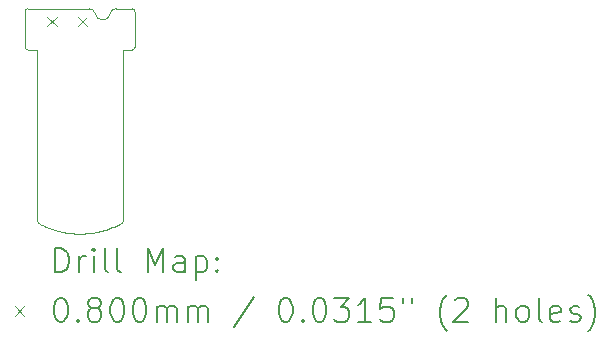
<source format=gbr>
%TF.GenerationSoftware,KiCad,Pcbnew,7.0.6*%
%TF.CreationDate,2023-12-14T14:39:08-08:00*%
%TF.ProjectId,UGC_Trigger,5547435f-5472-4696-9767-65722e6b6963,rev?*%
%TF.SameCoordinates,Original*%
%TF.FileFunction,Drillmap*%
%TF.FilePolarity,Positive*%
%FSLAX45Y45*%
G04 Gerber Fmt 4.5, Leading zero omitted, Abs format (unit mm)*
G04 Created by KiCad (PCBNEW 7.0.6) date 2023-12-14 14:39:08*
%MOMM*%
%LPD*%
G01*
G04 APERTURE LIST*
%ADD10C,0.100000*%
%ADD11C,0.200000*%
%ADD12C,0.080000*%
G04 APERTURE END LIST*
D10*
X27427112Y-14655400D02*
X27427112Y-14955400D01*
X28357112Y-14955400D02*
X28357112Y-14655400D01*
X28197944Y-14630394D02*
G75*
G03*
X28148619Y-14672214I6J-50006D01*
G01*
X28257112Y-14980400D02*
X28332112Y-14980400D01*
X27527112Y-14980400D02*
X27527112Y-16410652D01*
X27452112Y-14980400D02*
X27527112Y-14980400D01*
X28332112Y-14630400D02*
X28197944Y-14630400D01*
X28257112Y-16408575D02*
X28256046Y-16418844D01*
X28253369Y-16427557D01*
X28257112Y-16408575D02*
X28257112Y-14980400D01*
X28019805Y-14672214D02*
G75*
G03*
X27970480Y-14630400I-49325J-8186D01*
G01*
X27427110Y-14955400D02*
G75*
G03*
X27452112Y-14980400I25000J0D01*
G01*
X28244020Y-16442306D02*
X28236243Y-16449212D01*
X28230170Y-16452940D01*
X28019805Y-14672214D02*
G75*
G03*
X28148619Y-14672214I64407J10688D01*
G01*
X27539211Y-16443264D02*
X27533224Y-16434607D01*
X27530234Y-16428044D01*
X27530234Y-16428044D02*
X27527632Y-16417846D01*
X27527112Y-16410652D01*
X27554429Y-16455211D02*
X27545761Y-16449602D01*
X27539211Y-16443264D01*
X28357110Y-14655400D02*
G75*
G03*
X28332112Y-14630400I-25000J0D01*
G01*
X27952303Y-16533604D02*
X27939525Y-16534560D01*
X27926730Y-16535288D01*
X27913922Y-16535788D01*
X27901105Y-16536061D01*
X27888283Y-16536108D01*
X27875459Y-16535930D01*
X27862639Y-16535528D01*
X27849825Y-16534902D01*
X27837021Y-16534054D01*
X27824232Y-16532985D01*
X27811461Y-16531695D01*
X27798712Y-16530186D01*
X27785990Y-16528457D01*
X27773298Y-16526511D01*
X27760639Y-16524347D01*
X27748018Y-16521967D01*
X27735440Y-16519372D01*
X27722907Y-16516563D01*
X27710423Y-16513540D01*
X27697993Y-16510304D01*
X27685620Y-16506857D01*
X27673309Y-16503198D01*
X27661063Y-16499330D01*
X27648886Y-16495253D01*
X27636782Y-16490967D01*
X27624755Y-16486474D01*
X27612809Y-16481775D01*
X27600948Y-16476869D01*
X27589176Y-16471760D01*
X27577496Y-16466446D01*
X27565912Y-16460930D01*
X27554429Y-16455211D01*
X27452112Y-14630402D02*
G75*
G03*
X27427112Y-14655400I-2J-24998D01*
G01*
X28253369Y-16427557D02*
X28248441Y-16436716D01*
X28244020Y-16442306D01*
X28230170Y-16452940D02*
X28213912Y-16461137D01*
X28197453Y-16468931D01*
X28180807Y-16476319D01*
X28163982Y-16483297D01*
X28146992Y-16489861D01*
X28129846Y-16496007D01*
X28112556Y-16501731D01*
X28095133Y-16507028D01*
X28077589Y-16511897D01*
X28059934Y-16516331D01*
X28042179Y-16520327D01*
X28024336Y-16523882D01*
X28006416Y-16526991D01*
X27988429Y-16529650D01*
X27970388Y-16531856D01*
X27952303Y-16533604D01*
X27970480Y-14630400D02*
X27452112Y-14630400D01*
X28332112Y-14980402D02*
G75*
G03*
X28357112Y-14955400I-2J25002D01*
G01*
D11*
D12*
X27613596Y-14701554D02*
X27693596Y-14781554D01*
X27693596Y-14701554D02*
X27613596Y-14781554D01*
X27873596Y-14701554D02*
X27953596Y-14781554D01*
X27953596Y-14701554D02*
X27873596Y-14781554D01*
D11*
X27682889Y-16861509D02*
X27682889Y-16661509D01*
X27682889Y-16661509D02*
X27730508Y-16661509D01*
X27730508Y-16661509D02*
X27759080Y-16671032D01*
X27759080Y-16671032D02*
X27778127Y-16690080D01*
X27778127Y-16690080D02*
X27787651Y-16709128D01*
X27787651Y-16709128D02*
X27797175Y-16747223D01*
X27797175Y-16747223D02*
X27797175Y-16775794D01*
X27797175Y-16775794D02*
X27787651Y-16813890D01*
X27787651Y-16813890D02*
X27778127Y-16832937D01*
X27778127Y-16832937D02*
X27759080Y-16851985D01*
X27759080Y-16851985D02*
X27730508Y-16861509D01*
X27730508Y-16861509D02*
X27682889Y-16861509D01*
X27882889Y-16861509D02*
X27882889Y-16728175D01*
X27882889Y-16766271D02*
X27892413Y-16747223D01*
X27892413Y-16747223D02*
X27901937Y-16737699D01*
X27901937Y-16737699D02*
X27920984Y-16728175D01*
X27920984Y-16728175D02*
X27940032Y-16728175D01*
X28006699Y-16861509D02*
X28006699Y-16728175D01*
X28006699Y-16661509D02*
X27997175Y-16671032D01*
X27997175Y-16671032D02*
X28006699Y-16680556D01*
X28006699Y-16680556D02*
X28016222Y-16671032D01*
X28016222Y-16671032D02*
X28006699Y-16661509D01*
X28006699Y-16661509D02*
X28006699Y-16680556D01*
X28130508Y-16861509D02*
X28111460Y-16851985D01*
X28111460Y-16851985D02*
X28101937Y-16832937D01*
X28101937Y-16832937D02*
X28101937Y-16661509D01*
X28235270Y-16861509D02*
X28216222Y-16851985D01*
X28216222Y-16851985D02*
X28206699Y-16832937D01*
X28206699Y-16832937D02*
X28206699Y-16661509D01*
X28463841Y-16861509D02*
X28463841Y-16661509D01*
X28463841Y-16661509D02*
X28530508Y-16804366D01*
X28530508Y-16804366D02*
X28597175Y-16661509D01*
X28597175Y-16661509D02*
X28597175Y-16861509D01*
X28778127Y-16861509D02*
X28778127Y-16756747D01*
X28778127Y-16756747D02*
X28768603Y-16737699D01*
X28768603Y-16737699D02*
X28749556Y-16728175D01*
X28749556Y-16728175D02*
X28711460Y-16728175D01*
X28711460Y-16728175D02*
X28692413Y-16737699D01*
X28778127Y-16851985D02*
X28759080Y-16861509D01*
X28759080Y-16861509D02*
X28711460Y-16861509D01*
X28711460Y-16861509D02*
X28692413Y-16851985D01*
X28692413Y-16851985D02*
X28682889Y-16832937D01*
X28682889Y-16832937D02*
X28682889Y-16813890D01*
X28682889Y-16813890D02*
X28692413Y-16794842D01*
X28692413Y-16794842D02*
X28711460Y-16785318D01*
X28711460Y-16785318D02*
X28759080Y-16785318D01*
X28759080Y-16785318D02*
X28778127Y-16775794D01*
X28873365Y-16728175D02*
X28873365Y-16928175D01*
X28873365Y-16737699D02*
X28892413Y-16728175D01*
X28892413Y-16728175D02*
X28930508Y-16728175D01*
X28930508Y-16728175D02*
X28949556Y-16737699D01*
X28949556Y-16737699D02*
X28959080Y-16747223D01*
X28959080Y-16747223D02*
X28968603Y-16766271D01*
X28968603Y-16766271D02*
X28968603Y-16823413D01*
X28968603Y-16823413D02*
X28959080Y-16842461D01*
X28959080Y-16842461D02*
X28949556Y-16851985D01*
X28949556Y-16851985D02*
X28930508Y-16861509D01*
X28930508Y-16861509D02*
X28892413Y-16861509D01*
X28892413Y-16861509D02*
X28873365Y-16851985D01*
X29054318Y-16842461D02*
X29063841Y-16851985D01*
X29063841Y-16851985D02*
X29054318Y-16861509D01*
X29054318Y-16861509D02*
X29044794Y-16851985D01*
X29044794Y-16851985D02*
X29054318Y-16842461D01*
X29054318Y-16842461D02*
X29054318Y-16861509D01*
X29054318Y-16737699D02*
X29063841Y-16747223D01*
X29063841Y-16747223D02*
X29054318Y-16756747D01*
X29054318Y-16756747D02*
X29044794Y-16747223D01*
X29044794Y-16747223D02*
X29054318Y-16737699D01*
X29054318Y-16737699D02*
X29054318Y-16756747D01*
D12*
X27342112Y-17150025D02*
X27422112Y-17230025D01*
X27422112Y-17150025D02*
X27342112Y-17230025D01*
D11*
X27720984Y-17081509D02*
X27740032Y-17081509D01*
X27740032Y-17081509D02*
X27759080Y-17091033D01*
X27759080Y-17091033D02*
X27768603Y-17100556D01*
X27768603Y-17100556D02*
X27778127Y-17119604D01*
X27778127Y-17119604D02*
X27787651Y-17157699D01*
X27787651Y-17157699D02*
X27787651Y-17205318D01*
X27787651Y-17205318D02*
X27778127Y-17243413D01*
X27778127Y-17243413D02*
X27768603Y-17262461D01*
X27768603Y-17262461D02*
X27759080Y-17271985D01*
X27759080Y-17271985D02*
X27740032Y-17281509D01*
X27740032Y-17281509D02*
X27720984Y-17281509D01*
X27720984Y-17281509D02*
X27701937Y-17271985D01*
X27701937Y-17271985D02*
X27692413Y-17262461D01*
X27692413Y-17262461D02*
X27682889Y-17243413D01*
X27682889Y-17243413D02*
X27673365Y-17205318D01*
X27673365Y-17205318D02*
X27673365Y-17157699D01*
X27673365Y-17157699D02*
X27682889Y-17119604D01*
X27682889Y-17119604D02*
X27692413Y-17100556D01*
X27692413Y-17100556D02*
X27701937Y-17091033D01*
X27701937Y-17091033D02*
X27720984Y-17081509D01*
X27873365Y-17262461D02*
X27882889Y-17271985D01*
X27882889Y-17271985D02*
X27873365Y-17281509D01*
X27873365Y-17281509D02*
X27863841Y-17271985D01*
X27863841Y-17271985D02*
X27873365Y-17262461D01*
X27873365Y-17262461D02*
X27873365Y-17281509D01*
X27997175Y-17167223D02*
X27978127Y-17157699D01*
X27978127Y-17157699D02*
X27968603Y-17148175D01*
X27968603Y-17148175D02*
X27959080Y-17129128D01*
X27959080Y-17129128D02*
X27959080Y-17119604D01*
X27959080Y-17119604D02*
X27968603Y-17100556D01*
X27968603Y-17100556D02*
X27978127Y-17091033D01*
X27978127Y-17091033D02*
X27997175Y-17081509D01*
X27997175Y-17081509D02*
X28035270Y-17081509D01*
X28035270Y-17081509D02*
X28054318Y-17091033D01*
X28054318Y-17091033D02*
X28063841Y-17100556D01*
X28063841Y-17100556D02*
X28073365Y-17119604D01*
X28073365Y-17119604D02*
X28073365Y-17129128D01*
X28073365Y-17129128D02*
X28063841Y-17148175D01*
X28063841Y-17148175D02*
X28054318Y-17157699D01*
X28054318Y-17157699D02*
X28035270Y-17167223D01*
X28035270Y-17167223D02*
X27997175Y-17167223D01*
X27997175Y-17167223D02*
X27978127Y-17176747D01*
X27978127Y-17176747D02*
X27968603Y-17186271D01*
X27968603Y-17186271D02*
X27959080Y-17205318D01*
X27959080Y-17205318D02*
X27959080Y-17243413D01*
X27959080Y-17243413D02*
X27968603Y-17262461D01*
X27968603Y-17262461D02*
X27978127Y-17271985D01*
X27978127Y-17271985D02*
X27997175Y-17281509D01*
X27997175Y-17281509D02*
X28035270Y-17281509D01*
X28035270Y-17281509D02*
X28054318Y-17271985D01*
X28054318Y-17271985D02*
X28063841Y-17262461D01*
X28063841Y-17262461D02*
X28073365Y-17243413D01*
X28073365Y-17243413D02*
X28073365Y-17205318D01*
X28073365Y-17205318D02*
X28063841Y-17186271D01*
X28063841Y-17186271D02*
X28054318Y-17176747D01*
X28054318Y-17176747D02*
X28035270Y-17167223D01*
X28197175Y-17081509D02*
X28216222Y-17081509D01*
X28216222Y-17081509D02*
X28235270Y-17091033D01*
X28235270Y-17091033D02*
X28244794Y-17100556D01*
X28244794Y-17100556D02*
X28254318Y-17119604D01*
X28254318Y-17119604D02*
X28263841Y-17157699D01*
X28263841Y-17157699D02*
X28263841Y-17205318D01*
X28263841Y-17205318D02*
X28254318Y-17243413D01*
X28254318Y-17243413D02*
X28244794Y-17262461D01*
X28244794Y-17262461D02*
X28235270Y-17271985D01*
X28235270Y-17271985D02*
X28216222Y-17281509D01*
X28216222Y-17281509D02*
X28197175Y-17281509D01*
X28197175Y-17281509D02*
X28178127Y-17271985D01*
X28178127Y-17271985D02*
X28168603Y-17262461D01*
X28168603Y-17262461D02*
X28159080Y-17243413D01*
X28159080Y-17243413D02*
X28149556Y-17205318D01*
X28149556Y-17205318D02*
X28149556Y-17157699D01*
X28149556Y-17157699D02*
X28159080Y-17119604D01*
X28159080Y-17119604D02*
X28168603Y-17100556D01*
X28168603Y-17100556D02*
X28178127Y-17091033D01*
X28178127Y-17091033D02*
X28197175Y-17081509D01*
X28387651Y-17081509D02*
X28406699Y-17081509D01*
X28406699Y-17081509D02*
X28425746Y-17091033D01*
X28425746Y-17091033D02*
X28435270Y-17100556D01*
X28435270Y-17100556D02*
X28444794Y-17119604D01*
X28444794Y-17119604D02*
X28454318Y-17157699D01*
X28454318Y-17157699D02*
X28454318Y-17205318D01*
X28454318Y-17205318D02*
X28444794Y-17243413D01*
X28444794Y-17243413D02*
X28435270Y-17262461D01*
X28435270Y-17262461D02*
X28425746Y-17271985D01*
X28425746Y-17271985D02*
X28406699Y-17281509D01*
X28406699Y-17281509D02*
X28387651Y-17281509D01*
X28387651Y-17281509D02*
X28368603Y-17271985D01*
X28368603Y-17271985D02*
X28359080Y-17262461D01*
X28359080Y-17262461D02*
X28349556Y-17243413D01*
X28349556Y-17243413D02*
X28340032Y-17205318D01*
X28340032Y-17205318D02*
X28340032Y-17157699D01*
X28340032Y-17157699D02*
X28349556Y-17119604D01*
X28349556Y-17119604D02*
X28359080Y-17100556D01*
X28359080Y-17100556D02*
X28368603Y-17091033D01*
X28368603Y-17091033D02*
X28387651Y-17081509D01*
X28540032Y-17281509D02*
X28540032Y-17148175D01*
X28540032Y-17167223D02*
X28549556Y-17157699D01*
X28549556Y-17157699D02*
X28568603Y-17148175D01*
X28568603Y-17148175D02*
X28597175Y-17148175D01*
X28597175Y-17148175D02*
X28616222Y-17157699D01*
X28616222Y-17157699D02*
X28625746Y-17176747D01*
X28625746Y-17176747D02*
X28625746Y-17281509D01*
X28625746Y-17176747D02*
X28635270Y-17157699D01*
X28635270Y-17157699D02*
X28654318Y-17148175D01*
X28654318Y-17148175D02*
X28682889Y-17148175D01*
X28682889Y-17148175D02*
X28701937Y-17157699D01*
X28701937Y-17157699D02*
X28711461Y-17176747D01*
X28711461Y-17176747D02*
X28711461Y-17281509D01*
X28806699Y-17281509D02*
X28806699Y-17148175D01*
X28806699Y-17167223D02*
X28816222Y-17157699D01*
X28816222Y-17157699D02*
X28835270Y-17148175D01*
X28835270Y-17148175D02*
X28863842Y-17148175D01*
X28863842Y-17148175D02*
X28882889Y-17157699D01*
X28882889Y-17157699D02*
X28892413Y-17176747D01*
X28892413Y-17176747D02*
X28892413Y-17281509D01*
X28892413Y-17176747D02*
X28901937Y-17157699D01*
X28901937Y-17157699D02*
X28920984Y-17148175D01*
X28920984Y-17148175D02*
X28949556Y-17148175D01*
X28949556Y-17148175D02*
X28968603Y-17157699D01*
X28968603Y-17157699D02*
X28978127Y-17176747D01*
X28978127Y-17176747D02*
X28978127Y-17281509D01*
X29368603Y-17071985D02*
X29197175Y-17329128D01*
X29625746Y-17081509D02*
X29644794Y-17081509D01*
X29644794Y-17081509D02*
X29663842Y-17091033D01*
X29663842Y-17091033D02*
X29673365Y-17100556D01*
X29673365Y-17100556D02*
X29682889Y-17119604D01*
X29682889Y-17119604D02*
X29692413Y-17157699D01*
X29692413Y-17157699D02*
X29692413Y-17205318D01*
X29692413Y-17205318D02*
X29682889Y-17243413D01*
X29682889Y-17243413D02*
X29673365Y-17262461D01*
X29673365Y-17262461D02*
X29663842Y-17271985D01*
X29663842Y-17271985D02*
X29644794Y-17281509D01*
X29644794Y-17281509D02*
X29625746Y-17281509D01*
X29625746Y-17281509D02*
X29606699Y-17271985D01*
X29606699Y-17271985D02*
X29597175Y-17262461D01*
X29597175Y-17262461D02*
X29587651Y-17243413D01*
X29587651Y-17243413D02*
X29578127Y-17205318D01*
X29578127Y-17205318D02*
X29578127Y-17157699D01*
X29578127Y-17157699D02*
X29587651Y-17119604D01*
X29587651Y-17119604D02*
X29597175Y-17100556D01*
X29597175Y-17100556D02*
X29606699Y-17091033D01*
X29606699Y-17091033D02*
X29625746Y-17081509D01*
X29778127Y-17262461D02*
X29787651Y-17271985D01*
X29787651Y-17271985D02*
X29778127Y-17281509D01*
X29778127Y-17281509D02*
X29768604Y-17271985D01*
X29768604Y-17271985D02*
X29778127Y-17262461D01*
X29778127Y-17262461D02*
X29778127Y-17281509D01*
X29911461Y-17081509D02*
X29930508Y-17081509D01*
X29930508Y-17081509D02*
X29949556Y-17091033D01*
X29949556Y-17091033D02*
X29959080Y-17100556D01*
X29959080Y-17100556D02*
X29968604Y-17119604D01*
X29968604Y-17119604D02*
X29978127Y-17157699D01*
X29978127Y-17157699D02*
X29978127Y-17205318D01*
X29978127Y-17205318D02*
X29968604Y-17243413D01*
X29968604Y-17243413D02*
X29959080Y-17262461D01*
X29959080Y-17262461D02*
X29949556Y-17271985D01*
X29949556Y-17271985D02*
X29930508Y-17281509D01*
X29930508Y-17281509D02*
X29911461Y-17281509D01*
X29911461Y-17281509D02*
X29892413Y-17271985D01*
X29892413Y-17271985D02*
X29882889Y-17262461D01*
X29882889Y-17262461D02*
X29873365Y-17243413D01*
X29873365Y-17243413D02*
X29863842Y-17205318D01*
X29863842Y-17205318D02*
X29863842Y-17157699D01*
X29863842Y-17157699D02*
X29873365Y-17119604D01*
X29873365Y-17119604D02*
X29882889Y-17100556D01*
X29882889Y-17100556D02*
X29892413Y-17091033D01*
X29892413Y-17091033D02*
X29911461Y-17081509D01*
X30044794Y-17081509D02*
X30168604Y-17081509D01*
X30168604Y-17081509D02*
X30101937Y-17157699D01*
X30101937Y-17157699D02*
X30130508Y-17157699D01*
X30130508Y-17157699D02*
X30149556Y-17167223D01*
X30149556Y-17167223D02*
X30159080Y-17176747D01*
X30159080Y-17176747D02*
X30168604Y-17195794D01*
X30168604Y-17195794D02*
X30168604Y-17243413D01*
X30168604Y-17243413D02*
X30159080Y-17262461D01*
X30159080Y-17262461D02*
X30149556Y-17271985D01*
X30149556Y-17271985D02*
X30130508Y-17281509D01*
X30130508Y-17281509D02*
X30073365Y-17281509D01*
X30073365Y-17281509D02*
X30054318Y-17271985D01*
X30054318Y-17271985D02*
X30044794Y-17262461D01*
X30359080Y-17281509D02*
X30244794Y-17281509D01*
X30301937Y-17281509D02*
X30301937Y-17081509D01*
X30301937Y-17081509D02*
X30282889Y-17110080D01*
X30282889Y-17110080D02*
X30263842Y-17129128D01*
X30263842Y-17129128D02*
X30244794Y-17138652D01*
X30540032Y-17081509D02*
X30444794Y-17081509D01*
X30444794Y-17081509D02*
X30435270Y-17176747D01*
X30435270Y-17176747D02*
X30444794Y-17167223D01*
X30444794Y-17167223D02*
X30463842Y-17157699D01*
X30463842Y-17157699D02*
X30511461Y-17157699D01*
X30511461Y-17157699D02*
X30530508Y-17167223D01*
X30530508Y-17167223D02*
X30540032Y-17176747D01*
X30540032Y-17176747D02*
X30549556Y-17195794D01*
X30549556Y-17195794D02*
X30549556Y-17243413D01*
X30549556Y-17243413D02*
X30540032Y-17262461D01*
X30540032Y-17262461D02*
X30530508Y-17271985D01*
X30530508Y-17271985D02*
X30511461Y-17281509D01*
X30511461Y-17281509D02*
X30463842Y-17281509D01*
X30463842Y-17281509D02*
X30444794Y-17271985D01*
X30444794Y-17271985D02*
X30435270Y-17262461D01*
X30625746Y-17081509D02*
X30625746Y-17119604D01*
X30701937Y-17081509D02*
X30701937Y-17119604D01*
X30997175Y-17357699D02*
X30987651Y-17348175D01*
X30987651Y-17348175D02*
X30968604Y-17319604D01*
X30968604Y-17319604D02*
X30959080Y-17300556D01*
X30959080Y-17300556D02*
X30949556Y-17271985D01*
X30949556Y-17271985D02*
X30940032Y-17224366D01*
X30940032Y-17224366D02*
X30940032Y-17186271D01*
X30940032Y-17186271D02*
X30949556Y-17138652D01*
X30949556Y-17138652D02*
X30959080Y-17110080D01*
X30959080Y-17110080D02*
X30968604Y-17091033D01*
X30968604Y-17091033D02*
X30987651Y-17062461D01*
X30987651Y-17062461D02*
X30997175Y-17052937D01*
X31063842Y-17100556D02*
X31073366Y-17091033D01*
X31073366Y-17091033D02*
X31092413Y-17081509D01*
X31092413Y-17081509D02*
X31140032Y-17081509D01*
X31140032Y-17081509D02*
X31159080Y-17091033D01*
X31159080Y-17091033D02*
X31168604Y-17100556D01*
X31168604Y-17100556D02*
X31178127Y-17119604D01*
X31178127Y-17119604D02*
X31178127Y-17138652D01*
X31178127Y-17138652D02*
X31168604Y-17167223D01*
X31168604Y-17167223D02*
X31054318Y-17281509D01*
X31054318Y-17281509D02*
X31178127Y-17281509D01*
X31416223Y-17281509D02*
X31416223Y-17081509D01*
X31501937Y-17281509D02*
X31501937Y-17176747D01*
X31501937Y-17176747D02*
X31492413Y-17157699D01*
X31492413Y-17157699D02*
X31473366Y-17148175D01*
X31473366Y-17148175D02*
X31444794Y-17148175D01*
X31444794Y-17148175D02*
X31425747Y-17157699D01*
X31425747Y-17157699D02*
X31416223Y-17167223D01*
X31625747Y-17281509D02*
X31606699Y-17271985D01*
X31606699Y-17271985D02*
X31597175Y-17262461D01*
X31597175Y-17262461D02*
X31587651Y-17243413D01*
X31587651Y-17243413D02*
X31587651Y-17186271D01*
X31587651Y-17186271D02*
X31597175Y-17167223D01*
X31597175Y-17167223D02*
X31606699Y-17157699D01*
X31606699Y-17157699D02*
X31625747Y-17148175D01*
X31625747Y-17148175D02*
X31654318Y-17148175D01*
X31654318Y-17148175D02*
X31673366Y-17157699D01*
X31673366Y-17157699D02*
X31682889Y-17167223D01*
X31682889Y-17167223D02*
X31692413Y-17186271D01*
X31692413Y-17186271D02*
X31692413Y-17243413D01*
X31692413Y-17243413D02*
X31682889Y-17262461D01*
X31682889Y-17262461D02*
X31673366Y-17271985D01*
X31673366Y-17271985D02*
X31654318Y-17281509D01*
X31654318Y-17281509D02*
X31625747Y-17281509D01*
X31806699Y-17281509D02*
X31787651Y-17271985D01*
X31787651Y-17271985D02*
X31778128Y-17252937D01*
X31778128Y-17252937D02*
X31778128Y-17081509D01*
X31959080Y-17271985D02*
X31940032Y-17281509D01*
X31940032Y-17281509D02*
X31901937Y-17281509D01*
X31901937Y-17281509D02*
X31882889Y-17271985D01*
X31882889Y-17271985D02*
X31873366Y-17252937D01*
X31873366Y-17252937D02*
X31873366Y-17176747D01*
X31873366Y-17176747D02*
X31882889Y-17157699D01*
X31882889Y-17157699D02*
X31901937Y-17148175D01*
X31901937Y-17148175D02*
X31940032Y-17148175D01*
X31940032Y-17148175D02*
X31959080Y-17157699D01*
X31959080Y-17157699D02*
X31968604Y-17176747D01*
X31968604Y-17176747D02*
X31968604Y-17195794D01*
X31968604Y-17195794D02*
X31873366Y-17214842D01*
X32044794Y-17271985D02*
X32063842Y-17281509D01*
X32063842Y-17281509D02*
X32101937Y-17281509D01*
X32101937Y-17281509D02*
X32120985Y-17271985D01*
X32120985Y-17271985D02*
X32130509Y-17252937D01*
X32130509Y-17252937D02*
X32130509Y-17243413D01*
X32130509Y-17243413D02*
X32120985Y-17224366D01*
X32120985Y-17224366D02*
X32101937Y-17214842D01*
X32101937Y-17214842D02*
X32073366Y-17214842D01*
X32073366Y-17214842D02*
X32054318Y-17205318D01*
X32054318Y-17205318D02*
X32044794Y-17186271D01*
X32044794Y-17186271D02*
X32044794Y-17176747D01*
X32044794Y-17176747D02*
X32054318Y-17157699D01*
X32054318Y-17157699D02*
X32073366Y-17148175D01*
X32073366Y-17148175D02*
X32101937Y-17148175D01*
X32101937Y-17148175D02*
X32120985Y-17157699D01*
X32197175Y-17357699D02*
X32206699Y-17348175D01*
X32206699Y-17348175D02*
X32225747Y-17319604D01*
X32225747Y-17319604D02*
X32235270Y-17300556D01*
X32235270Y-17300556D02*
X32244794Y-17271985D01*
X32244794Y-17271985D02*
X32254318Y-17224366D01*
X32254318Y-17224366D02*
X32254318Y-17186271D01*
X32254318Y-17186271D02*
X32244794Y-17138652D01*
X32244794Y-17138652D02*
X32235270Y-17110080D01*
X32235270Y-17110080D02*
X32225747Y-17091033D01*
X32225747Y-17091033D02*
X32206699Y-17062461D01*
X32206699Y-17062461D02*
X32197175Y-17052937D01*
M02*

</source>
